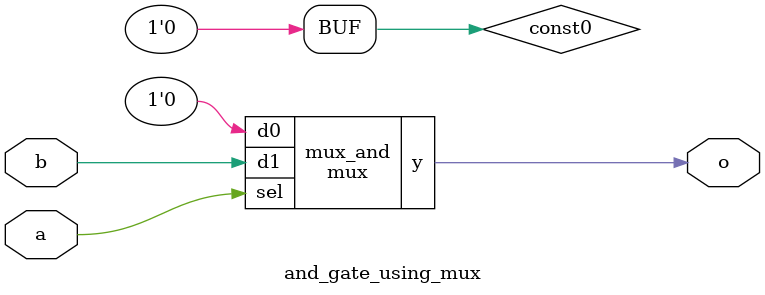
<source format=sv>

module mux
(
  input  d0, d1,
  input  sel,
  output y
);

  assign y = sel ? d1 : d0;

endmodule

//----------------------------------------------------------------------------
// Task
//----------------------------------------------------------------------------

module and_gate_using_mux
(
    input  a,
    input  b,
    output o
);

  // Task:
  // Implement and gate using instance(s) of mux,
  // constants 0 and 1, and wire connections

  wire const0 = 1'b0;

  mux mux_and(
  .d0(const0), 
  .d1(b),
  .sel(a),
  .y(o)
  );


  
endmodule

</source>
